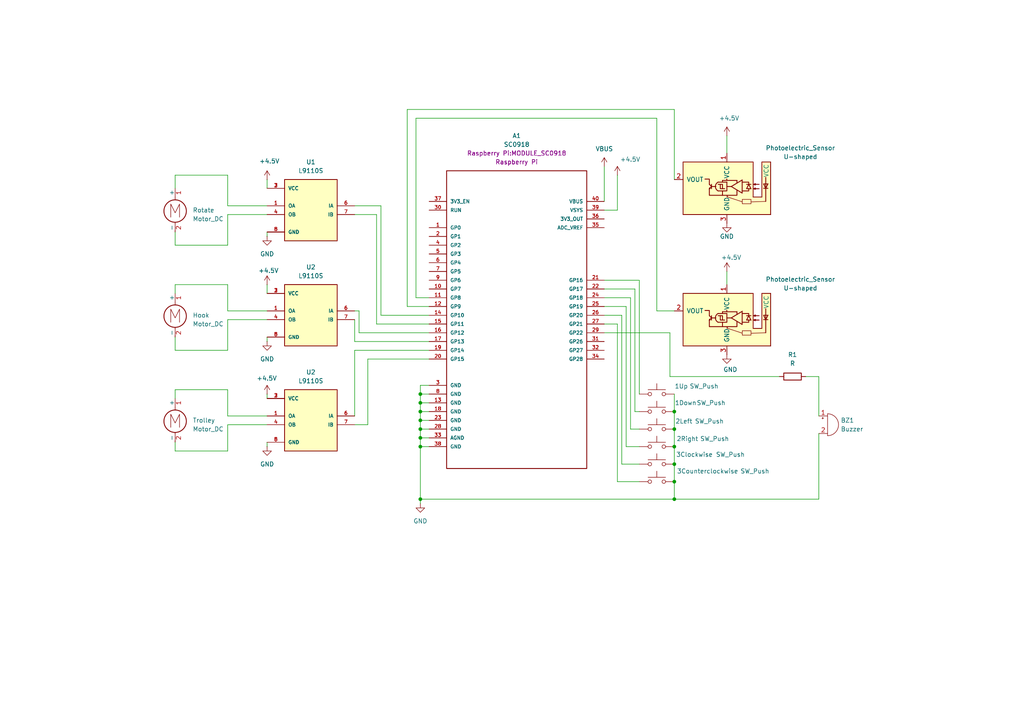
<source format=kicad_sch>
(kicad_sch (version 20231120) (generator "eeschema") (generator_version "8.0")
  (paper "A4")
  (lib_symbols
    (symbol "Device:Buzzer" (pin_names (offset 0.0254) hide)
      (property "Reference" "BZ" (at 3.81 1.27 0))
      (property "Value" "Buzzer" (at 3.81 -1.27 0))
      (symbol "Buzzer_0_1"
        (arc (start 0 -3.175) (mid 3.1612 0) (end 0 3.175))
        (polyline (pts (xy -1.651 1.905) (xy -1.143 1.905)))
        (polyline (pts (xy -1.397 2.159) (xy -1.397 1.651)))
        (polyline (pts (xy 0 3.175) (xy 0 -3.175)))
      )
      (symbol "Buzzer_1_1"
        (pin passive line (at -2.54 2.54 0) (length 2.54) (name "+") (number "1"))
        (pin passive line (at -2.54 -2.54 0) (length 2.54) (name "-") (number "2"))
      )
    )
    (symbol "Device:R" (pin_numbers hide) (pin_names (offset 0))
      (property "Reference" "R" (at 2.032 0 90))
      (property "Value" "R" (at 0 0 90))
      (symbol "R_0_1"
        (rectangle (start -1.016 -2.54) (end 1.016 2.54) (stroke (width 0.254)))
      )
      (symbol "R_1_1"
        (pin passive line (at 0 3.81 270) (length 1.27) (name "~") (number "1"))
        (pin passive line (at 0 -3.81 90) (length 1.27) (name "~") (number "2"))
      )
    )
    (symbol "L9110s:L9110S" (pin_names (offset 1.016))
      (property "Reference" "U" (at -7.62 10.922 0))
      (property "Value" "L9110S" (at -7.62 -10.16 0))
      (symbol "L9110S_0_0"
        (rectangle (start -7.62 -7.62) (end 7.62 10.16) (stroke (width 0.254)) (fill (type background)))
        (pin output line (at 12.7 2.54 180) (length 5.08) (name "OA") (number "1"))
        (pin power_in line (at 12.7 7.62 180) (length 5.08) (name "VCC") (number "2"))
        (pin power_in line (at 12.7 7.62 180) (length 5.08) (name "VCC") (number "3"))
        (pin output line (at 12.7 0 180) (length 5.08) (name "OB") (number "4"))
        (pin power_in line (at 12.7 -5.08 180) (length 5.08) (name "GND") (number "5"))
        (pin input line (at -12.7 2.54 0) (length 5.08) (name "IA") (number "6"))
        (pin input line (at -12.7 0 0) (length 5.08) (name "IB") (number "7"))
        (pin power_in line (at 12.7 -5.08 180) (length 5.08) (name "GND") (number "8"))
      )
    )
    (symbol "LG206L_1" (pin_names (offset 1.016))
      (property "Reference" "Photoelectric_Sensor" (at -21.336 11.684 0))
      (property "Value" "U-shaped" (at -21.336 9.144 0))
      (symbol "LG206L_1_0_1"
        (rectangle (start -7.0061 -3.2248) (end -4.4661 -4.4948))
        (polyline (pts (xy -11.9126 0) (xy -10.6426 0)) (stroke (width 0.254)))
        (polyline (pts (xy -11.2776 -3.81) (xy -11.2776 3.175)) (stroke (width 0.254)))
        (polyline (pts (xy -11.2057 -3.8099) (xy -7.0405 -3.9476)))
        (polyline (pts (xy -6.985 1.143) (xy -5.715 1.143)) (stroke (width 0.254)))
        (polyline (pts (xy -4.4244 -3.9132) (xy -0.0526 -2.4675)))
        (polyline (pts (xy -2.921 1.524) (xy -2.921 2.286)) (stroke (width 0.254)))
        (polyline (pts (xy -2.921 2.286) (xy 1.27 2.286)) (stroke (width 0.254)))
        (polyline (pts (xy -1.27 0.508) (xy 0 0.508)) (stroke (width 0.254)))
        (polyline (pts (xy -0.1016 -2.5146) (xy -0.1016 -2.0828)) (stroke (width 0.254)))
        (polyline (pts (xy 0 1.778) (xy 2.54 1.778)) (stroke (width 0.254)))
        (polyline (pts (xy 0.0254 2.3114) (xy 0.0254 2.7178)) (stroke (width 0.254)))
        (polyline (pts (xy 1.27 1.9304) (xy 1.27 2.286)) (stroke (width 0.254)))
        (polyline (pts (xy 3.175 0.508) (xy 4.445 0.508)) (stroke (width 0.254)))
        (polyline (pts (xy 4.445 0.508) (xy 5.08 -0.127)) (stroke (width 0.254)))
        (polyline (pts (xy 4.445 0.508) (xy 5.08 1.143)) (stroke (width 0.254)))
        (polyline (pts (xy 4.445 1.143) (xy 4.445 -0.127)) (stroke (width 0.254)))
        (polyline (pts (xy -9.3472 -0.127) (xy -7.8232 -0.127) (xy -8.2296 0.0762)) (stroke (width 0.254)))
        (polyline (pts (xy -9.3472 1.143) (xy -7.8232 1.143) (xy -8.2296 1.3462)) (stroke (width 0.254)))
        (polyline (pts (xy -8.2296 0.0762) (xy -8.2296 -0.3302) (xy -7.8232 -0.127)) (stroke (width 0.254)))
        (polyline (pts (xy -8.2296 1.3462) (xy -8.2296 0.9398) (xy -7.8232 1.143)) (stroke (width 0.254)))
        (polyline (pts (xy -6.35 -0.127) (xy -6.35 -0.762) (xy -4.445 -0.762)) (stroke (width 0.254)))
        (polyline (pts (xy -6.35 1.143) (xy -6.35 1.778) (xy -4.445 1.778)) (stroke (width 0.254)))
        (polyline (pts (xy 0 1.778) (xy 0 -0.762) (xy 2.54 -0.762)) (stroke (width 0.254)))
        (polyline (pts (xy 1.27 -2.032) (xy -2.921 -2.032) (xy -2.921 -0.508)) (stroke (width 0.254)))
        (polyline (pts (xy 1.905 1.143) (xy 1.27 1.143) (xy 1.27 -0.127)) (stroke (width 0.254)))
        (polyline (pts (xy 5.08 1.143) (xy 5.08 2.667) (xy 6.35 2.667)) (stroke (width 0.254)))
        (polyline (pts (xy -11.9126 1.27) (xy -10.6426 1.27) (xy -11.2776 0) (xy -11.9126 1.27)) (stroke (width 0.254)))
        (polyline (pts (xy -6.985 -0.127) (xy -5.715 -0.127) (xy -6.35 1.143) (xy -6.985 -0.127)) (stroke (width 0.254)))
        (polyline (pts (xy -4.445 2.413) (xy -4.445 -1.397) (xy -1.27 0.508) (xy -4.445 2.413)) (stroke (width 0.254)))
        (polyline (pts (xy 0.635 -0.127) (xy 1.905 -0.127) (xy 1.905 1.143) (xy 2.54 1.143)) (stroke (width 0.254)))
        (polyline (pts (xy 1.27 -0.762) (xy 1.27 -2.032) (xy 5.08 -2.032) (xy 5.08 -0.127)) (stroke (width 0.254)))
        (polyline (pts (xy 5.08 -0.127) (xy 4.826 -0.0762) (xy 5.0292 0.127) (xy 5.08 -0.127)) (stroke (width 0.254)))
        (polyline (pts (xy -12.7 -7.62) (xy 12.7 -7.62) (xy 12.7 7.62) (xy -7.62 7.62) (xy -7.62 -2.54) (xy -10.16 -2.54) (xy -10.16 7.62) (xy -12.7 7.62) (xy -12.7 -7.62)) (stroke (width 0.254)) (fill (type background)))
        (arc (start 2.54 -0.762) (mid 3.3249 0.508) (end 2.54 1.778) (stroke (width 0.254)))
      )
      (symbol "LG206L_1_1_1"
        (text "VCC" (at -11.43 5.08 900) (effects (font (size 1.27 1.27))))
        (pin power_in line (at 0 10.16 270) (length 2.54) (name "VCC") (number "1"))
        (pin open_collector line (at 15.24 2.54 180) (length 2.54) (name "VOUT") (number "2"))
        (pin power_in line (at 0 -10.16 90) (length 2.54) (name "GND") (number "3"))
      )
    )
    (symbol "Motor:Motor_DC" (pin_names (offset 0))
      (property "Reference" "M" (at 2.54 2.54 0))
      (property "Value" "Motor_DC" (at 2.54 -5.08 0))
      (symbol "Motor_DC_0_0"
        (polyline (pts (xy -1.27 -3.302) (xy -1.27 0.508) (xy 0 -2.032) (xy 1.27 0.508) (xy 1.27 -3.302)))
      )
      (symbol "Motor_DC_0_1"
        (circle (center 0 -1.524) (radius 3.2512) (stroke (width 0.254)))
        (polyline (pts (xy 0 -7.62) (xy 0 -7.112)))
        (polyline (pts (xy 0 -4.7752) (xy 0 -5.1816)))
        (polyline (pts (xy 0 1.7272) (xy 0 2.0828)))
        (polyline (pts (xy 0 2.032) (xy 0 2.54)))
      )
      (symbol "Motor_DC_1_1"
        (pin passive line (at 0 5.08 270) (length 2.54) (name "+") (number "1"))
        (pin passive line (at 0 -7.62 90) (length 2.54) (name "-") (number "2"))
      )
    )
    (symbol "Pico_w:SC0918" (pin_names (offset 1.016))
      (property "Reference" "A1" (at 0 58.42 0))
      (property "Value" "SC0918" (at 0 55.88 0))
      (property "Footprint" "Raspberry Pi:MODULE_SC0918" (at -12.7 -46.99 0))
      (property "manufacturer" "Raspberry Pi" (at 0 53.34 0))
      (symbol "SC0918_0_0"
        (rectangle (start -20.32 -43.18) (end 20.32 43.18) (stroke (width 0.254)))
        (pin bidirectional line (at -25.4 26.67 0) (length 5.08) (name "GP0") (number "1"))
        (pin bidirectional line (at -25.4 8.89 0) (length 5.08) (name "GP7") (number "10"))
        (pin bidirectional line (at -25.4 6.35 0) (length 5.08) (name "GP8") (number "11"))
        (pin bidirectional line (at -25.4 3.81 0) (length 5.08) (name "GP9") (number "12"))
        (pin power_in line (at -25.4 -24.13 0) (length 5.08) (name "GND") (number "13"))
        (pin bidirectional line (at -25.4 1.27 0) (length 5.08) (name "GP10") (number "14"))
        (pin bidirectional line (at -25.4 -1.27 0) (length 5.08) (name "GP11") (number "15"))
        (pin bidirectional line (at -25.4 -3.81 0) (length 5.08) (name "GP12") (number "16"))
        (pin bidirectional line (at -25.4 -6.35 0) (length 5.08) (name "GP13") (number "17"))
        (pin power_in line (at -25.4 -26.67 0) (length 5.08) (name "GND") (number "18"))
        (pin bidirectional line (at -25.4 -8.89 0) (length 5.08) (name "GP14") (number "19"))
        (pin bidirectional line (at -25.4 24.13 0) (length 5.08) (name "GP1") (number "2"))
        (pin bidirectional line (at -25.4 -11.43 0) (length 5.08) (name "GP15") (number "20"))
        (pin bidirectional line (at 25.4 11.43 180) (length 5.08) (name "GP16") (number "21"))
        (pin bidirectional line (at 25.4 8.89 180) (length 5.08) (name "GP17") (number "22"))
        (pin power_in line (at -25.4 -29.21 0) (length 5.08) (name "GND") (number "23"))
        (pin bidirectional line (at 25.4 6.35 180) (length 5.08) (name "GP18") (number "24"))
        (pin bidirectional line (at 25.4 3.81 180) (length 5.08) (name "GP19") (number "25"))
        (pin bidirectional line (at 25.4 1.27 180) (length 5.08) (name "GP20") (number "26"))
        (pin bidirectional line (at 25.4 -1.27 180) (length 5.08) (name "GP21") (number "27"))
        (pin power_in line (at -25.4 -31.75 0) (length 5.08) (name "GND") (number "28"))
        (pin bidirectional line (at 25.4 -3.81 180) (length 5.08) (name "GP22") (number "29"))
        (pin power_in line (at -25.4 -19.05 0) (length 5.08) (name "GND") (number "3"))
        (pin input line (at -25.4 31.75 0) (length 5.08) (name "RUN") (number "30"))
        (pin bidirectional line (at 25.4 -6.35 180) (length 5.08) (name "GP26") (number "31"))
        (pin bidirectional line (at 25.4 -8.89 180) (length 5.08) (name "GP27") (number "32"))
        (pin power_in line (at -25.4 -34.29 0) (length 5.08) (name "AGND") (number "33"))
        (pin bidirectional line (at 25.4 -11.43 180) (length 5.08) (name "GP28") (number "34"))
        (pin power_in line (at 25.4 26.67 180) (length 5.08) (name "ADC_VREF") (number "35"))
        (pin power_in line (at 25.4 29.21 180) (length 5.08) (name "3V3_OUT") (number "36"))
        (pin input line (at -25.4 34.29 0) (length 5.08) (name "3V3_EN") (number "37"))
        (pin power_in line (at -25.4 -36.83 0) (length 5.08) (name "GND") (number "38"))
        (pin free line (at 25.4 31.75 180) (length 5.08) (name "VSYS") (number "39"))
        (pin bidirectional line (at -25.4 21.59 0) (length 5.08) (name "GP2") (number "4"))
        (pin free line (at 25.4 34.29 180) (length 5.08) (name "VBUS") (number "40"))
        (pin bidirectional line (at -25.4 19.05 0) (length 5.08) (name "GP3") (number "5"))
        (pin bidirectional line (at -25.4 16.51 0) (length 5.08) (name "GP4") (number "6"))
        (pin bidirectional line (at -25.4 13.97 0) (length 5.08) (name "GP5") (number "7"))
        (pin power_in line (at -25.4 -21.59 0) (length 5.08) (name "GND") (number "8"))
        (pin bidirectional line (at -25.4 11.43 0) (length 5.08) (name "GP6") (number "9"))
      )
    )
    (symbol "Sensor_Proximity:LG206L" (pin_names (offset 1.016))
      (property "Reference" "Photoelectric_Sensor" (at -21.336 11.684 0))
      (property "Value" "U-shaped" (at -21.336 9.144 0))
      (symbol "LG206L_0_1"
        (rectangle (start -7.0061 -3.2248) (end -4.4661 -4.4948))
        (polyline (pts (xy -11.9126 0) (xy -10.6426 0)) (stroke (width 0.254)))
        (polyline (pts (xy -11.2776 -3.81) (xy -11.2776 3.175)) (stroke (width 0.254)))
        (polyline (pts (xy -11.2057 -3.8099) (xy -7.0405 -3.9476)))
        (polyline (pts (xy -6.985 1.143) (xy -5.715 1.143)) (stroke (width 0.254)))
        (polyline (pts (xy -4.4244 -3.9132) (xy -0.0526 -2.4675)))
        (polyline (pts (xy -2.921 1.524) (xy -2.921 2.286)) (stroke (width 0.254)))
        (polyline (pts (xy -2.921 2.286) (xy 1.27 2.286)) (stroke (width 0.254)))
        (polyline (pts (xy -1.27 0.508) (xy 0 0.508)) (stroke (width 0.254)))
        (polyline (pts (xy -0.1016 -2.5146) (xy -0.1016 -2.0828)) (stroke (width 0.254)))
        (polyline (pts (xy 0 1.778) (xy 2.54 1.778)) (stroke (width 0.254)))
        (polyline (pts (xy 0.0254 2.3114) (xy 0.0254 2.7178)) (stroke (width 0.254)))
        (polyline (pts (xy 1.27 1.9304) (xy 1.27 2.286)) (stroke (width 0.254)))
        (polyline (pts (xy 3.175 0.508) (xy 4.445 0.508)) (stroke (width 0.254)))
        (polyline (pts (xy 4.445 0.508) (xy 5.08 -0.127)) (stroke (width 0.254)))
        (polyline (pts (xy 4.445 0.508) (xy 5.08 1.143)) (stroke (width 0.254)))
        (polyline (pts (xy 4.445 1.143) (xy 4.445 -0.127)) (stroke (width 0.254)))
        (polyline (pts (xy -9.3472 -0.127) (xy -7.8232 -0.127) (xy -8.2296 0.0762)) (stroke (width 0.254)))
        (polyline (pts (xy -9.3472 1.143) (xy -7.8232 1.143) (xy -8.2296 1.3462)) (stroke (width 0.254)))
        (polyline (pts (xy -8.2296 0.0762) (xy -8.2296 -0.3302) (xy -7.8232 -0.127)) (stroke (width 0.254)))
        (polyline (pts (xy -8.2296 1.3462) (xy -8.2296 0.9398) (xy -7.8232 1.143)) (stroke (width 0.254)))
        (polyline (pts (xy -6.35 -0.127) (xy -6.35 -0.762) (xy -4.445 -0.762)) (stroke (width 0.254)))
        (polyline (pts (xy -6.35 1.143) (xy -6.35 1.778) (xy -4.445 1.778)) (stroke (width 0.254)))
        (polyline (pts (xy 0 1.778) (xy 0 -0.762) (xy 2.54 -0.762)) (stroke (width 0.254)))
        (polyline (pts (xy 1.27 -2.032) (xy -2.921 -2.032) (xy -2.921 -0.508)) (stroke (width 0.254)))
        (polyline (pts (xy 1.905 1.143) (xy 1.27 1.143) (xy 1.27 -0.127)) (stroke (width 0.254)))
        (polyline (pts (xy 5.08 1.143) (xy 5.08 2.667) (xy 6.35 2.667)) (stroke (width 0.254)))
        (polyline (pts (xy -11.9126 1.27) (xy -10.6426 1.27) (xy -11.2776 0) (xy -11.9126 1.27)) (stroke (width 0.254)))
        (polyline (pts (xy -6.985 -0.127) (xy -5.715 -0.127) (xy -6.35 1.143) (xy -6.985 -0.127)) (stroke (width 0.254)))
        (polyline (pts (xy -4.445 2.413) (xy -4.445 -1.397) (xy -1.27 0.508) (xy -4.445 2.413)) (stroke (width 0.254)))
        (polyline (pts (xy 0.635 -0.127) (xy 1.905 -0.127) (xy 1.905 1.143) (xy 2.54 1.143)) (stroke (width 0.254)))
        (polyline (pts (xy 1.27 -0.762) (xy 1.27 -2.032) (xy 5.08 -2.032) (xy 5.08 -0.127)) (stroke (width 0.254)))
        (polyline (pts (xy 5.08 -0.127) (xy 4.826 -0.0762) (xy 5.0292 0.127) (xy 5.08 -0.127)) (stroke (width 0.254)))
        (polyline (pts (xy -12.7 -7.62) (xy 12.7 -7.62) (xy 12.7 7.62) (xy -7.62 7.62) (xy -7.62 -2.54) (xy -10.16 -2.54) (xy -10.16 7.62) (xy -12.7 7.62) (xy -12.7 -7.62)) (stroke (width 0.254)) (fill (type background)))
        (arc (start 2.54 -0.762) (mid 3.3249 0.508) (end 2.54 1.778) (stroke (width 0.254)))
      )
      (symbol "LG206L_1_1"
        (text "VCC" (at -11.43 5.08 900) (effects (font (size 1.27 1.27))))
        (pin power_in line (at 0 10.16 270) (length 2.54) (name "VCC") (number "1"))
        (pin open_collector line (at 15.24 2.54 180) (length 2.54) (name "VOUT") (number "2"))
        (pin power_in line (at 0 -10.16 90) (length 2.54) (name "GND") (number "3"))
      )
    )
    (symbol "Switch:SW_Push" (pin_numbers hide) (pin_names (offset 1.016) hide)
      (property "Reference" "SW" (at 1.27 2.54 0))
      (property "Value" "SW_Push" (at 0 -1.524 0))
      (symbol "SW_Push_0_1"
        (circle (center -2.032 0) (radius 0.508))
        (polyline (pts (xy 0 1.27) (xy 0 3.048)))
        (polyline (pts (xy 2.54 1.27) (xy -2.54 1.27)))
        (circle (center 2.032 0) (radius 0.508))
        (pin passive line (at -5.08 0 0) (length 2.54) (name "1") (number "1"))
        (pin passive line (at 5.08 0 180) (length 2.54) (name "2") (number "2"))
      )
    )
    (symbol "power:+5V" (power) (pin_numbers hide) (pin_names (offset 0) hide)
      (property "Value" "+5V" (at 0 3.556 0))
      (symbol "+5V_0_1"
        (polyline (pts (xy -0.762 1.27) (xy 0 2.54)))
        (polyline (pts (xy 0 0) (xy 0 2.54)))
        (polyline (pts (xy 0 2.54) (xy 0.762 1.27)))
      )
      (symbol "+5V_1_1"
        (pin power_in line (at 0 0 90) (length 0) (name "~") (number "1"))
      )
    )
    (symbol "power:GND" (power) (pin_numbers hide) (pin_names (offset 0) hide)
      (property "Value" "GND" (at 0 -3.81 0))
      (symbol "GND_0_1"
        (polyline (pts (xy 0 0) (xy 0 -1.27) (xy 1.27 -1.27) (xy 0 -2.54) (xy -1.27 -1.27) (xy 0 -1.27)))
      )
      (symbol "GND_1_1"
        (pin power_in line (at 0 0 270) (length 0) (name "~") (number "1"))
      )
    )
    (symbol "power:VBUS" (power) (pin_numbers hide) (pin_names (offset 0) hide)
      (property "Value" "VBUS" (at 0 3.556 0))
      (symbol "VBUS_0_1"
        (polyline (pts (xy -0.762 1.27) (xy 0 2.54)))
        (polyline (pts (xy 0 0) (xy 0 2.54)))
        (polyline (pts (xy 0 2.54) (xy 0.762 1.27)))
      )
      (symbol "VBUS_1_1"
        (pin power_in line (at 0 0 90) (length 0) (name "~") (number "1"))
      )
    )
  )
  (junction (at 195.58 129.54))
  (junction (at 121.92 114.3))
  (junction (at 195.58 144.78))
  (junction (at 121.92 119.38))
  (junction (at 195.58 124.46))
  (junction (at 195.58 139.7))
  (junction (at 121.92 116.84))
  (junction (at 195.58 119.38))
  (junction (at 121.92 121.92))
  (junction (at 121.92 144.78))
  (junction (at 195.58 134.62))
  (junction (at 121.92 129.54))
  (junction (at 121.92 127))
  (junction (at 121.92 124.46))
  (wire (pts (xy 121.92 124.46) (xy 124.46 124.46)))
  (wire (pts (xy 50.8 50.8) (xy 66.04 50.8)))
  (wire (pts (xy 210.82 39.37) (xy 210.82 44.45)))
  (wire (pts (xy 181.61 129.54) (xy 185.42 129.54)))
  (wire (pts (xy 195.58 144.78) (xy 237.49 144.78)))
  (wire (pts (xy 175.26 93.98) (xy 179.07 93.98)))
  (wire (pts (xy 50.8 128.27) (xy 50.8 130.81)))
  (wire (pts (xy 66.04 123.19) (xy 77.47 123.19)))
  (wire (pts (xy 179.07 50.8) (xy 179.07 60.96)))
  (wire (pts (xy 66.04 59.69) (xy 77.47 59.69)))
  (wire (pts (xy 175.26 86.36) (xy 182.88 86.36)))
  (wire (pts (xy 102.87 120.65) (xy 102.87 101.6)))
  (wire (pts (xy 50.8 67.31) (xy 50.8 71.12)))
  (wire (pts (xy 195.58 124.46) (xy 195.58 129.54)))
  (wire (pts (xy 102.87 90.17) (xy 104.14 90.17)))
  (wire (pts (xy 121.92 119.38) (xy 121.92 121.92)))
  (wire (pts (xy 66.04 92.71) (xy 77.47 92.71)))
  (wire (pts (xy 50.8 85.09) (xy 50.8 82.55)))
  (wire (pts (xy 195.58 134.62) (xy 195.58 139.7)))
  (wire (pts (xy 77.47 67.31) (xy 77.47 68.58)))
  (wire (pts (xy 233.68 109.22) (xy 237.49 109.22)))
  (wire (pts (xy 121.92 121.92) (xy 124.46 121.92)))
  (wire (pts (xy 194.31 96.52) (xy 194.31 109.22)))
  (wire (pts (xy 190.5 90.17) (xy 190.5 34.29)))
  (wire (pts (xy 179.07 93.98) (xy 179.07 139.7)))
  (wire (pts (xy 120.65 86.36) (xy 124.46 86.36)))
  (wire (pts (xy 185.42 134.62) (xy 180.34 134.62)))
  (wire (pts (xy 118.11 88.9) (xy 124.46 88.9)))
  (wire (pts (xy 50.8 82.55) (xy 66.04 82.55)))
  (wire (pts (xy 121.92 127) (xy 124.46 127)))
  (wire (pts (xy 102.87 101.6) (xy 124.46 101.6)))
  (wire (pts (xy 50.8 130.81) (xy 66.04 130.81)))
  (wire (pts (xy 180.34 134.62) (xy 180.34 91.44)))
  (wire (pts (xy 121.92 119.38) (xy 124.46 119.38)))
  (wire (pts (xy 102.87 92.71) (xy 102.87 99.06)))
  (wire (pts (xy 102.87 59.69) (xy 110.49 59.69)))
  (wire (pts (xy 66.04 82.55) (xy 66.04 90.17)))
  (wire (pts (xy 237.49 109.22) (xy 237.49 120.65)))
  (wire (pts (xy 184.15 119.38) (xy 185.42 119.38)))
  (wire (pts (xy 77.47 128.27) (xy 77.47 129.54)))
  (wire (pts (xy 124.46 111.76) (xy 121.92 111.76)))
  (wire (pts (xy 175.26 83.82) (xy 184.15 83.82)))
  (wire (pts (xy 195.58 31.75) (xy 118.11 31.75)))
  (wire (pts (xy 121.92 121.92) (xy 121.92 124.46)))
  (wire (pts (xy 104.14 96.52) (xy 124.46 96.52)))
  (wire (pts (xy 180.34 91.44) (xy 175.26 91.44)))
  (wire (pts (xy 77.47 52.07) (xy 77.47 54.61)))
  (wire (pts (xy 102.87 99.06) (xy 124.46 99.06)))
  (wire (pts (xy 106.68 104.14) (xy 106.68 123.19)))
  (wire (pts (xy 121.92 116.84) (xy 121.92 119.38)))
  (wire (pts (xy 77.47 97.79) (xy 77.47 99.06)))
  (wire (pts (xy 195.58 90.17) (xy 190.5 90.17)))
  (wire (pts (xy 195.58 52.07) (xy 195.58 31.75)))
  (wire (pts (xy 121.92 114.3) (xy 121.92 116.84)))
  (wire (pts (xy 121.92 114.3) (xy 124.46 114.3)))
  (wire (pts (xy 179.07 139.7) (xy 185.42 139.7)))
  (wire (pts (xy 195.58 114.3) (xy 195.58 119.38)))
  (wire (pts (xy 121.92 116.84) (xy 124.46 116.84)))
  (wire (pts (xy 110.49 59.69) (xy 110.49 91.44)))
  (wire (pts (xy 120.65 34.29) (xy 120.65 86.36)))
  (wire (pts (xy 121.92 144.78) (xy 195.58 144.78)))
  (wire (pts (xy 121.92 144.78) (xy 121.92 146.05)))
  (wire (pts (xy 50.8 97.79) (xy 50.8 101.6)))
  (wire (pts (xy 182.88 86.36) (xy 182.88 124.46)))
  (wire (pts (xy 210.82 78.74) (xy 210.82 82.55)))
  (wire (pts (xy 50.8 115.57) (xy 50.8 113.03)))
  (wire (pts (xy 179.07 60.96) (xy 175.26 60.96)))
  (wire (pts (xy 124.46 93.98) (xy 109.22 93.98)))
  (wire (pts (xy 66.04 120.65) (xy 77.47 120.65)))
  (wire (pts (xy 182.88 124.46) (xy 185.42 124.46)))
  (wire (pts (xy 110.49 91.44) (xy 124.46 91.44)))
  (wire (pts (xy 121.92 124.46) (xy 121.92 127)))
  (wire (pts (xy 104.14 90.17) (xy 104.14 96.52)))
  (wire (pts (xy 109.22 62.23) (xy 102.87 62.23)))
  (wire (pts (xy 185.42 81.28) (xy 185.42 114.3)))
  (wire (pts (xy 175.26 81.28) (xy 185.42 81.28)))
  (wire (pts (xy 195.58 129.54) (xy 195.58 134.62)))
  (wire (pts (xy 194.31 109.22) (xy 226.06 109.22)))
  (wire (pts (xy 66.04 50.8) (xy 66.04 59.69)))
  (wire (pts (xy 190.5 34.29) (xy 120.65 34.29)))
  (wire (pts (xy 175.26 96.52) (xy 194.31 96.52)))
  (wire (pts (xy 66.04 101.6) (xy 66.04 92.71)))
  (wire (pts (xy 121.92 111.76) (xy 121.92 114.3)))
  (wire (pts (xy 184.15 83.82) (xy 184.15 119.38)))
  (wire (pts (xy 175.26 88.9) (xy 181.61 88.9)))
  (wire (pts (xy 181.61 88.9) (xy 181.61 129.54)))
  (wire (pts (xy 195.58 139.7) (xy 195.58 144.78)))
  (wire (pts (xy 50.8 54.61) (xy 50.8 50.8)))
  (wire (pts (xy 118.11 31.75) (xy 118.11 88.9)))
  (wire (pts (xy 175.26 48.26) (xy 175.26 58.42)))
  (wire (pts (xy 109.22 93.98) (xy 109.22 62.23)))
  (wire (pts (xy 121.92 129.54) (xy 121.92 144.78)))
  (wire (pts (xy 66.04 130.81) (xy 66.04 123.19)))
  (wire (pts (xy 106.68 123.19) (xy 102.87 123.19)))
  (wire (pts (xy 66.04 62.23) (xy 77.47 62.23)))
  (wire (pts (xy 50.8 71.12) (xy 66.04 71.12)))
  (wire (pts (xy 66.04 113.03) (xy 66.04 120.65)))
  (wire (pts (xy 124.46 129.54) (xy 121.92 129.54)))
  (wire (pts (xy 77.47 114.3) (xy 77.47 115.57)))
  (wire (pts (xy 195.58 119.38) (xy 195.58 124.46)))
  (wire (pts (xy 77.47 82.55) (xy 77.47 85.09)))
  (wire (pts (xy 237.49 125.73) (xy 237.49 144.78)))
  (wire (pts (xy 121.92 127) (xy 121.92 129.54)))
  (wire (pts (xy 50.8 113.03) (xy 66.04 113.03)))
  (wire (pts (xy 50.8 101.6) (xy 66.04 101.6)))
  (wire (pts (xy 124.46 104.14) (xy 106.68 104.14)))
  (wire (pts (xy 66.04 90.17) (xy 77.47 90.17)))
  (wire (pts (xy 66.04 71.12) (xy 66.04 62.23)))
  (symbol (lib_id "power:GND") (at 121.92 146.05 0) (unit 1)
    (property "Reference" "#PWR014" (effects (hide yes)))
    (property "Value" "GND" (at 121.92 151.13 0))
    (property "Description" "Power symbol creates a global label with name \"GND\" , ground" (effects (hide yes)))
  )
  (symbol (lib_id "Switch:SW_Push") (at 190.5 119.38 0) (unit 1)
    (property "Reference" "1Down" (at 198.882 116.84 0))
    (property "Value" "SW_Push" (at 206.248 116.84 0))
    (property "Description" "Push button switch, generic, two pins" (effects (hide yes)))
  )
  (symbol (lib_id "power:+5V") (at 179.07 50.8 0) (unit 1)
    (property "Reference" "#PWR013" (effects (hide yes)))
    (property "Value" "+4.5V" (at 179.832 46.228 0) (effects (justify left)))
    (property "Description" "Power symbol creates a global label with name \"+5V\"" (effects (hide yes)))
  )
  (symbol (lib_id "Device:Buzzer") (at 240.03 123.19 0) (unit 1)
    (property "Reference" "BZ1" (at 243.84 121.9199 0) (effects (justify left)))
    (property "Value" "Buzzer" (at 243.84 124.4599 0) (effects (justify left)))
    (property "Description" "Buzzer, polarized" (effects (hide yes)))
  )
  (symbol (lib_name "LG206L_1") (lib_id "Sensor_Proximity:LG206L") (at 210.82 54.61 0) (mirror y) (unit 1)
    (property "Reference" "Photoelectric_Sensor" (at 232.156 42.926 0))
    (property "Value" "U-shaped" (at 232.156 45.466 0))
    (property "Footprint" "OptoDevice:Kodenshi_LG206L" (effects (hide yes)))
    (property "Datasheet" "http://kodenshi.co.jp/products/pdf/sensor/photointerrupter_ic/LG206L.pdf" (effects (hide yes)))
    (property "Description" "Photointerrupter infrared LED with photo IC, inverting output, -0.5V to 17V VDD, -20 to +85 degree Celsius, LG206X" (effects (hide yes)))
  )
  (symbol (lib_id "power:+5V") (at 77.47 52.07 0) (unit 1)
    (property "Reference" "#PWR06" (effects (hide yes)))
    (property "Value" "+4.5V" (at 75.184 46.736 0) (effects (justify left)))
    (property "Description" "Power symbol creates a global label with name \"+5V\"" (effects (hide yes)))
  )
  (symbol (lib_id "power:+5V") (at 210.82 78.74 0) (unit 1)
    (property "Reference" "#PWR010" (effects (hide yes)))
    (property "Value" "+4.5V" (at 212.09 74.676 0))
    (property "Description" "Power symbol creates a global label with name \"+5V\"" (effects (hide yes)))
  )
  (symbol (lib_id "L9110s:L9110S") (at 90.17 92.71 0) (mirror y) (unit 1)
    (property "Reference" "U2" (at 90.17 77.47 0))
    (property "Value" "L9110S" (at 90.17 80.01 0))
    (property "Footprint" "L9110S:SOIC127P599X172-8N" (effects (hide yes)))
    (property "MF" "ON Semiconductor" (effects (hide yes)))
    (property "MAXIMUM_PACKAGE_HEIGHT" "1.7272mm" (effects (hide yes)))
    (property "Package" "None" (effects (hide yes)))
    (property "Price" "None" (effects (hide yes)))
    (property "Check_prices" "https://www.snapeda.com/parts/L9110S/Onsemi/view-part/?ref=eda" (effects (hide yes)))
    (property "STANDARD" "IPC-7351B" (effects (hide yes)))
    (property "PARTREV" "NA" (effects (hide yes)))
    (property "SnapEDA_Link" "https://www.snapeda.com/parts/L9110S/Onsemi/view-part/?ref=snap" (effects (hide yes)))
    (property "MP" "L9110S" (effects (hide yes)))
    (property "Description_1" "\nSOP-8 MOTOR DRIVER ICS ROHS\n" (effects (hide yes)))
    (property "Availability" "Not in stock" (effects (hide yes)))
    (property "MANUFACTURER" "UMW" (effects (hide yes)))
  )
  (symbol (lib_id "Device:R") (at 229.87 109.22 90) (unit 1)
    (property "Reference" "R1" (at 229.87 102.87 90))
    (property "Value" "R" (at 229.87 105.41 90))
    (property "Description" "Resistor" (effects (hide yes)))
  )
  (symbol (lib_id "power:GND") (at 77.47 99.06 0) (mirror y) (unit 1)
    (property "Reference" "#PWR02" (effects (hide yes)))
    (property "Value" "GND" (at 77.47 104.14 0))
    (property "Description" "Power symbol creates a global label with name \"GND\" , ground" (effects (hide yes)))
  )
  (symbol (lib_id "power:+5V") (at 210.82 39.37 0) (unit 1)
    (property "Reference" "#PWR09" (effects (hide yes)))
    (property "Value" "+4.5V" (at 208.534 34.29 0) (effects (justify left)))
    (property "Description" "Power symbol creates a global label with name \"+5V\"" (effects (hide yes)))
  )
  (symbol (lib_id "L9110s:L9110S") (at 90.17 123.19 0) (mirror y) (unit 1)
    (property "Reference" "U2" (at 90.17 107.95 0))
    (property "Value" "L9110S" (at 90.17 110.49 0))
    (property "Footprint" "L9110S:SOIC127P599X172-8N" (effects (hide yes)))
    (property "MF" "ON Semiconductor" (effects (hide yes)))
    (property "MAXIMUM_PACKAGE_HEIGHT" "1.7272mm" (effects (hide yes)))
    (property "Package" "None" (effects (hide yes)))
    (property "Price" "None" (effects (hide yes)))
    (property "Check_prices" "https://www.snapeda.com/parts/L9110S/Onsemi/view-part/?ref=eda" (effects (hide yes)))
    (property "STANDARD" "IPC-7351B" (effects (hide yes)))
    (property "PARTREV" "NA" (effects (hide yes)))
    (property "SnapEDA_Link" "https://www.snapeda.com/parts/L9110S/Onsemi/view-part/?ref=snap" (effects (hide yes)))
    (property "MP" "L9110S" (effects (hide yes)))
    (property "Description_1" "\nSOP-8 MOTOR DRIVER ICS ROHS\n" (effects (hide yes)))
    (property "Availability" "Not in stock" (effects (hide yes)))
    (property "MANUFACTURER" "UMW" (effects (hide yes)))
  )
  (symbol (lib_id "Motor:Motor_DC") (at 50.8 90.17 0) (unit 1)
    (property "Reference" "Hook" (at 55.88 91.4399 0) (effects (justify left)))
    (property "Value" "Motor_DC" (at 55.88 93.9799 0) (effects (justify left)))
    (property "Description" "DC Motor" (effects (hide yes)))
  )
  (symbol (lib_id "Switch:SW_Push") (at 190.5 114.3 0) (unit 1)
    (property "Reference" "1Up" (at 197.612 112.014 0))
    (property "Value" "SW_Push" (at 204.216 112.014 0))
    (property "Description" "Push button switch, generic, two pins" (effects (hide yes)))
  )
  (symbol (lib_id "power:GND") (at 77.47 129.54 0) (mirror y) (unit 1)
    (property "Reference" "#PWR03" (effects (hide yes)))
    (property "Value" "GND" (at 77.47 134.62 0))
    (property "Description" "Power symbol creates a global label with name \"GND\" , ground" (effects (hide yes)))
  )
  (symbol (lib_id "Switch:SW_Push") (at 190.5 129.54 0) (unit 1)
    (property "Reference" "2Right" (at 199.39 127.254 0))
    (property "Value" "SW_Push" (at 207.264 127.254 0))
    (property "Description" "Push button switch, generic, two pins" (effects (hide yes)))
  )
  (symbol (lib_id "L9110s:L9110S") (at 90.17 62.23 0) (mirror y) (unit 1)
    (property "Reference" "U1" (at 90.17 46.99 0))
    (property "Value" "L9110S" (at 90.17 49.53 0))
    (property "Footprint" "L9110S:SOIC127P599X172-8N" (effects (hide yes)))
    (property "MF" "ON Semiconductor" (effects (hide yes)))
    (property "MAXIMUM_PACKAGE_HEIGHT" "1.7272mm" (effects (hide yes)))
    (property "Package" "None" (effects (hide yes)))
    (property "Price" "None" (effects (hide yes)))
    (property "Check_prices" "https://www.snapeda.com/parts/L9110S/Onsemi/view-part/?ref=eda" (effects (hide yes)))
    (property "STANDARD" "IPC-7351B" (effects (hide yes)))
    (property "PARTREV" "NA" (effects (hide yes)))
    (property "SnapEDA_Link" "https://www.snapeda.com/parts/L9110S/Onsemi/view-part/?ref=snap" (effects (hide yes)))
    (property "MP" "L9110S" (effects (hide yes)))
    (property "Description_1" "\nSOP-8 MOTOR DRIVER ICS ROHS\n" (effects (hide yes)))
    (property "Availability" "Not in stock" (effects (hide yes)))
    (property "MANUFACTURER" "UMW" (effects (hide yes)))
  )
  (symbol (lib_id "Motor:Motor_DC") (at 50.8 59.69 0) (unit 1)
    (property "Reference" "Rotate" (at 55.88 60.9599 0) (effects (justify left)))
    (property "Value" "Motor_DC" (at 55.88 63.4999 0) (effects (justify left)))
    (property "Description" "DC Motor" (effects (hide yes)))
  )
  (symbol (lib_id "Motor:Motor_DC") (at 50.8 120.65 0) (unit 1)
    (property "Reference" "Trolley" (at 55.88 121.9199 0) (effects (justify left)))
    (property "Value" "Motor_DC" (at 55.88 124.4599 0) (effects (justify left)))
    (property "Description" "DC Motor" (effects (hide yes)))
  )
  (symbol (lib_id "Switch:SW_Push") (at 190.5 139.7 0) (unit 1)
    (property "Reference" "3Counterclockwise" (at 205.232 136.652 0))
    (property "Value" "SW_Push" (at 218.948 136.652 0))
    (property "Description" "Push button switch, generic, two pins" (effects (hide yes)))
  )
  (symbol (lib_id "Switch:SW_Push") (at 190.5 134.62 0) (unit 1)
    (property "Reference" "3Clockwise" (at 201.422 131.826 0))
    (property "Value" "SW_Push" (at 211.836 131.826 0))
    (property "Description" "Push button switch, generic, two pins" (effects (hide yes)))
  )
  (symbol (lib_id "power:GND") (at 77.47 68.58 0) (mirror y) (unit 1)
    (property "Reference" "#PWR01" (effects (hide yes)))
    (property "Value" "GND" (at 77.47 73.66 0))
    (property "Description" "Power symbol creates a global label with name \"GND\" , ground" (effects (hide yes)))
  )
  (symbol (lib_id "Sensor_Proximity:LG206L") (at 210.82 92.71 0) (mirror y) (unit 1)
    (property "Reference" "Photoelectric_Sensor" (at 232.156 81.026 0))
    (property "Value" "U-shaped" (at 232.156 83.566 0))
    (property "Footprint" "OptoDevice:Kodenshi_LG206L" (effects (hide yes)))
    (property "Datasheet" "http://kodenshi.co.jp/products/pdf/sensor/photointerrupter_ic/LG206L.pdf" (effects (hide yes)))
    (property "Description" "Photointerrupter infrared LED with photo IC, inverting output, -0.5V to 17V VDD, -20 to +85 degree Celsius, LG206X" (effects (hide yes)))
  )
  (symbol (lib_id "power:+5V") (at 77.47 82.55 0) (unit 1)
    (property "Reference" "#PWR07" (effects (hide yes)))
    (property "Value" "+4.5V" (at 74.93 78.486 0) (effects (justify left)))
    (property "Description" "Power symbol creates a global label with name \"+5V\"" (effects (hide yes)))
  )
  (symbol (lib_id "power:GND") (at 210.82 102.87 0) (unit 1)
    (property "Reference" "#PWR04" (effects (hide yes)))
    (property "Value" "GND" (at 211.836 107.188 0))
    (property "Description" "Power symbol creates a global label with name \"GND\" , ground" (effects (hide yes)))
  )
  (symbol (lib_id "Switch:SW_Push") (at 190.5 124.46 0) (unit 1)
    (property "Reference" "2Left" (at 198.374 122.174 0))
    (property "Value" "SW_Push" (at 205.74 122.174 0))
    (property "Description" "Push button switch, generic, two pins" (effects (hide yes)))
  )
  (symbol (lib_id "power:GND") (at 210.82 64.77 0) (unit 1)
    (property "Reference" "#PWR05" (effects (hide yes)))
    (property "Value" "GND" (at 210.82 68.58 0))
    (property "Description" "Power symbol creates a global label with name \"GND\" , ground" (effects (hide yes)))
  )
  (symbol (lib_id "power:+5V") (at 77.47 114.3 0) (unit 1)
    (property "Reference" "#PWR08" (effects (hide yes)))
    (property "Value" "+4.5V" (at 74.422 109.728 0) (effects (justify left)))
    (property "Description" "Power symbol creates a global label with name \"+5V\"" (effects (hide yes)))
  )
  (symbol (lib_id "Pico_w:SC0918") (at 149.86 92.71 0) (unit 1)
    (property "Reference" "A1" (at 149.86 39.37 0))
    (property "Value" "SC0918" (at 149.86 41.91 0))
    (property "Footprint" "Raspberry Pi:MODULE_SC0918" (at 149.86 44.45 0))
    (property "Datasheet" "https://datasheets.raspberrypi.com/picow/pico-w-datasheet.pdf" (effects (hide yes)))
    (property "manufacturer" "Raspberry Pi" (at 149.86 46.99 0))
    (property "P/N" "SC0918" (effects (hide yes)))
    (property "PARTREV" "1.6" (effects (hide yes)))
    (property "MAXIMUM_PACKAGE_HEIGHT" "3.73mm" (effects (hide yes)))
  )
  (symbol (lib_id "power:VBUS") (at 175.26 48.26 0) (unit 1)
    (property "Reference" "#PWR012" (effects (hide yes)))
    (property "Value" "VBUS" (at 175.26 43.18 0))
    (property "Description" "Power symbol creates a global label with name \"VBUS\"" (effects (hide yes)))
  )
)
</source>
